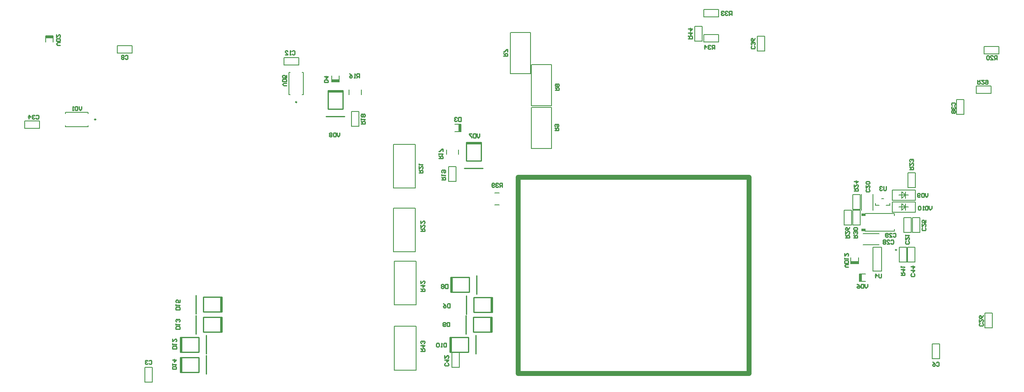
<source format=gbr>
%TF.GenerationSoftware,Altium Limited,Altium Designer,24.3.1 (35)*%
G04 Layer_Color=32896*
%FSLAX43Y43*%
%MOMM*%
%TF.SameCoordinates,2EF1D394-34E5-4190-8ABA-250447B0B6E5*%
%TF.FilePolarity,Positive*%
%TF.FileFunction,Legend,Bot*%
%TF.Part,Single*%
G01*
G75*
%TA.AperFunction,NonConductor*%
%ADD87C,0.250*%
%ADD88C,0.200*%
%ADD89C,1.000*%
%ADD90C,0.150*%
%ADD91C,0.254*%
%ADD92R,3.048X0.381*%
%ADD93R,1.587X0.508*%
%ADD94R,0.381X3.048*%
%ADD95R,0.508X1.587*%
%ADD96R,0.900X0.600*%
D87*
X37166Y55729D02*
G03*
X37166Y55729I-125J0D01*
G01*
X78516Y59301D02*
G03*
X78516Y59301I-125J0D01*
G01*
X201897Y28882D02*
G03*
X201897Y28882I-125J0D01*
G01*
D88*
X214188Y56776D02*
Y59824D01*
X215712D01*
X214188Y56776D02*
X215712D01*
Y59824D01*
X173263Y69776D02*
Y72824D01*
X174787D01*
X173263Y69776D02*
X174787D01*
Y72824D01*
X162226Y78335D02*
X165274D01*
Y76811D02*
Y78335D01*
X162226Y76811D02*
Y78335D01*
Y76811D02*
X165274D01*
X220063Y12851D02*
Y15899D01*
X221587D01*
X220063Y12851D02*
X221587D01*
Y15899D01*
X210755Y6476D02*
Y9524D01*
X209231Y6476D02*
X210755D01*
X209231Y9524D02*
X210755D01*
X209231Y6476D02*
Y9524D01*
X111987Y4701D02*
Y7749D01*
X110463Y4701D02*
X111987D01*
X110463Y7749D02*
X111987D01*
X110463Y4701D02*
Y7749D01*
X48787Y1651D02*
Y4699D01*
X47263Y1651D02*
X48787D01*
X47263Y4699D02*
X48787D01*
X47263Y1651D02*
Y4699D01*
X26825Y72935D02*
X28375D01*
X26825Y71665D02*
Y72935D01*
X28375Y71665D02*
Y72935D01*
X194204Y23927D02*
X195474D01*
X194204Y22377D02*
X195474D01*
X194204D02*
Y23927D01*
X160388Y71851D02*
Y74899D01*
X161912D01*
X160388Y71851D02*
X161912D01*
Y74899D01*
X22576Y53868D02*
X25624D01*
X22576D02*
Y55392D01*
X25624Y53868D02*
Y55392D01*
X22576D02*
X25624D01*
X35541Y56954D02*
Y57189D01*
Y54269D02*
Y54504D01*
X30941Y54269D02*
X35541D01*
X30941Y56954D02*
Y57189D01*
Y54269D02*
Y54504D01*
Y57189D02*
X35541D01*
X41551Y70887D02*
X44599D01*
Y69363D02*
Y70887D01*
X41551Y69363D02*
Y70887D01*
Y69363D02*
X44599D01*
X79616Y60801D02*
X79851D01*
X76931D02*
X77166D01*
X76931D02*
Y65401D01*
X79616D02*
X79851D01*
X76931D02*
X77166D01*
X79851Y60801D02*
Y65401D01*
X75851Y66913D02*
X78899D01*
X75851D02*
Y68437D01*
X78899Y66913D02*
Y68437D01*
X75851D02*
X78899D01*
X89275Y60877D02*
Y61823D01*
X91775Y60877D02*
Y61823D01*
X109300Y48527D02*
Y49473D01*
X111800Y48527D02*
Y49473D01*
X91287Y54301D02*
Y57349D01*
X89763Y54301D02*
X91287D01*
X89763Y57349D02*
X91287D01*
X89763Y54301D02*
Y57349D01*
X111262Y43001D02*
Y46049D01*
X109738Y43001D02*
X111262D01*
X109738Y46049D02*
X111262D01*
X109738Y43001D02*
Y46049D01*
X122475Y65125D02*
Y73650D01*
X122525D02*
X126575D01*
X122475Y65125D02*
X126575D01*
Y73650D01*
X130900Y49725D02*
Y58250D01*
X126800Y49725D02*
X130900D01*
X126850Y58250D02*
X130900D01*
X126800Y49725D02*
Y58250D01*
X130900Y58525D02*
Y67050D01*
X126800Y58525D02*
X130900D01*
X126850Y67050D02*
X130900D01*
X126800Y58525D02*
Y67050D01*
X119201Y38121D02*
X120148D01*
X119201Y40621D02*
X120148D01*
X85674Y63465D02*
X87224D01*
Y64735D01*
X85674Y63465D02*
Y64735D01*
X112260Y53225D02*
Y54775D01*
X110990D02*
X112260D01*
X110990Y53225D02*
X112260D01*
X202429Y26385D02*
Y29433D01*
X203953D01*
X202429Y26385D02*
X203953D01*
Y29433D01*
X204179Y26385D02*
Y29433D01*
X205703D01*
X204179Y26385D02*
X205703D01*
Y29433D01*
X192508Y26017D02*
X194058D01*
Y27287D01*
X192508Y26017D02*
Y27287D01*
X206676Y32504D02*
Y35552D01*
X205152Y32504D02*
X206676D01*
X205152Y35552D02*
X206676D01*
X205152Y32504D02*
Y35552D01*
X204948Y32503D02*
Y35551D01*
X203424Y32503D02*
X204948D01*
X203424Y35551D02*
X204948D01*
X203424Y32503D02*
Y35551D01*
X197569Y38102D02*
Y38524D01*
X199707Y38102D02*
X200469D01*
X197569D02*
X198331D01*
X200469D02*
Y38524D01*
X198792Y39402D02*
X199246D01*
X201469Y32752D02*
Y33152D01*
X195469Y32752D02*
Y33152D01*
X201469Y35952D02*
Y36352D01*
X195469Y32752D02*
X201469D01*
X195469Y35952D02*
Y36352D01*
X201469D01*
X204232Y41726D02*
Y44774D01*
X205756D01*
X204232Y41726D02*
X205756D01*
Y44774D01*
X162226Y73162D02*
X165274D01*
Y71638D02*
Y73162D01*
X162226Y71638D02*
Y73162D01*
Y71638D02*
X165274D01*
X194686Y37048D02*
Y40355D01*
X197042Y37048D02*
Y40355D01*
X218251Y61088D02*
X221299D01*
X218251D02*
Y62612D01*
X221299Y61088D02*
Y62612D01*
X218251D02*
X221299D01*
X192871Y34028D02*
Y37076D01*
X194395D01*
X192871Y34028D02*
X194395D01*
Y37076D01*
X191107Y34028D02*
Y37076D01*
X192631D01*
X191107Y34028D02*
X192631D01*
Y37076D01*
X194395Y37253D02*
Y40301D01*
X192871Y37253D02*
X194395D01*
X192871Y40301D02*
X194395D01*
X192871Y37253D02*
Y40301D01*
X219926Y69188D02*
X222974D01*
X219926D02*
Y70712D01*
X222974Y69188D02*
Y70712D01*
X219926D02*
X222974D01*
X198798Y24527D02*
Y29427D01*
X197040Y24527D02*
X198798D01*
X197040D02*
Y29427D01*
X198798D01*
X203694Y40177D02*
X204294D01*
X202987Y39469D02*
X203694Y40177D01*
Y39477D02*
Y40177D01*
X202987Y40884D02*
X203694Y40177D01*
X202987Y39469D02*
Y40884D01*
X203694Y40177D02*
Y40877D01*
X202394Y40177D02*
X203694D01*
X201044Y41202D02*
X205769D01*
X201044Y39102D02*
X205769D01*
X201044D02*
Y41202D01*
X205769Y39102D02*
Y41202D01*
Y36652D02*
Y38752D01*
X201044Y36652D02*
Y38752D01*
Y36652D02*
X205769D01*
X201044Y38752D02*
X205769D01*
X202394Y37727D02*
X203694D01*
Y38427D01*
X202987Y37019D02*
Y38434D01*
X203694Y37727D01*
Y37027D02*
Y37727D01*
X202987Y37019D02*
X203694Y37727D01*
X204294D01*
X195041Y29898D02*
X198347D01*
X195041Y32255D02*
X198347D01*
D89*
X124019Y3399D02*
X171517D01*
X124019Y43785D02*
X171517D01*
Y3399D02*
Y43785D01*
X124019Y3399D02*
Y43785D01*
D90*
X102925Y28500D02*
Y37500D01*
X98425D02*
X102925D01*
X98425Y28500D02*
Y37500D01*
Y28500D02*
X102925D01*
X103075Y17575D02*
Y26575D01*
X98575D02*
X103075D01*
X98575Y17575D02*
Y26575D01*
Y17575D02*
X103075D01*
X98425Y41600D02*
X102925D01*
X98425D02*
Y50600D01*
X102925D01*
Y41600D02*
Y50600D01*
X103049Y4154D02*
Y13154D01*
X98549D02*
X103049D01*
X98549Y4154D02*
Y13154D01*
Y4154D02*
X103049D01*
D91*
X84926Y57890D02*
Y61700D01*
X87974Y57890D02*
Y61700D01*
X84926D02*
X87974D01*
X84926Y57890D02*
X87974D01*
X84926Y61446D02*
X87974D01*
X84545Y56366D02*
X88355D01*
X59859Y7495D02*
Y11305D01*
X54779Y7876D02*
Y10924D01*
X58335Y7876D02*
Y10924D01*
X54525Y7876D02*
Y10924D01*
X58335D01*
X54525Y7876D02*
X58335D01*
X57791Y11595D02*
Y15405D01*
X62871Y11976D02*
Y15024D01*
X59315Y11976D02*
Y15024D01*
X63125Y11976D02*
Y15024D01*
X59315Y11976D02*
X63125D01*
X59315Y15024D02*
X63125D01*
X115509Y19795D02*
Y23605D01*
X110429Y20176D02*
Y23224D01*
X113985Y20176D02*
Y23224D01*
X110175Y20176D02*
Y23224D01*
X113985D01*
X110175Y20176D02*
X113985D01*
X115359Y7470D02*
Y11280D01*
X110279Y7851D02*
Y10899D01*
X113835Y7851D02*
Y10899D01*
X110025Y7851D02*
Y10899D01*
X113835D01*
X110025Y7851D02*
X113835D01*
X113416Y15645D02*
Y19455D01*
X118496Y16026D02*
Y19074D01*
X114940Y16026D02*
Y19074D01*
X118750Y16026D02*
Y19074D01*
X114940Y16026D02*
X118750D01*
X114940Y19074D02*
X118750D01*
X54525Y3726D02*
X58335D01*
X54525Y6774D02*
X58335D01*
X54525Y3726D02*
Y6774D01*
X58335Y3726D02*
Y6774D01*
X54779Y3726D02*
Y6774D01*
X59859Y3345D02*
Y7155D01*
X59315Y19149D02*
X63125D01*
X59315Y16101D02*
X63125D01*
Y19149D01*
X59315Y16101D02*
Y19149D01*
X62871Y16101D02*
Y19149D01*
X57791Y15720D02*
Y19530D01*
X112973Y45646D02*
X116783D01*
X113354Y50726D02*
X116402D01*
X113354Y47170D02*
X116402D01*
X113354Y50980D02*
X116402D01*
Y47170D02*
Y50980D01*
X113354Y47170D02*
Y50980D01*
X114815Y14999D02*
X118625D01*
X114815Y11951D02*
X118625D01*
Y14999D01*
X114815Y11951D02*
Y14999D01*
X118371Y11951D02*
Y14999D01*
X113291Y11570D02*
Y15380D01*
X104025Y32709D02*
X104825D01*
Y33109D01*
X104692Y33242D01*
X104425D01*
X104292Y33109D01*
Y32709D01*
Y32975D02*
X104025Y33242D01*
Y34042D02*
Y33508D01*
X104558Y34042D01*
X104692D01*
X104825Y33908D01*
Y33642D01*
X104692Y33508D01*
X104025Y34841D02*
Y34308D01*
X104558Y34841D01*
X104692D01*
X104825Y34708D01*
Y34441D01*
X104692Y34308D01*
X104025Y20379D02*
X104825D01*
Y20779D01*
X104692Y20912D01*
X104425D01*
X104292Y20779D01*
Y20379D01*
Y20645D02*
X104025Y20912D01*
Y21578D02*
X104825D01*
X104425Y21178D01*
Y21712D01*
X104025Y22511D02*
Y21978D01*
X104558Y22511D01*
X104692D01*
X104825Y22378D01*
Y22111D01*
X104692Y21978D01*
X103650Y44742D02*
X104450D01*
Y45142D01*
X104317Y45275D01*
X104050D01*
X103917Y45142D01*
Y44742D01*
Y45009D02*
X103650Y45275D01*
Y46075D02*
Y45542D01*
X104183Y46075D01*
X104317D01*
X104450Y45942D01*
Y45675D01*
X104317Y45542D01*
X103650Y46341D02*
Y46608D01*
Y46475D01*
X104450D01*
X104317Y46341D01*
X104025Y8034D02*
X104825D01*
Y8434D01*
X104692Y8567D01*
X104425D01*
X104292Y8434D01*
Y8034D01*
Y8300D02*
X104025Y8567D01*
Y9233D02*
X104825D01*
X104425Y8833D01*
Y9367D01*
X104692Y9633D02*
X104825Y9766D01*
Y10033D01*
X104692Y10166D01*
X104558D01*
X104425Y10033D01*
Y9900D01*
Y10033D01*
X104292Y10166D01*
X104158D01*
X104025Y10033D01*
Y9766D01*
X104158Y9633D01*
X43208Y68804D02*
X43342Y68937D01*
X43608D01*
X43741Y68804D01*
Y68271D01*
X43608Y68137D01*
X43342D01*
X43208Y68271D01*
X42942Y68804D02*
X42808Y68937D01*
X42542D01*
X42409Y68804D01*
Y68671D01*
X42542Y68537D01*
X42409Y68404D01*
Y68271D01*
X42542Y68137D01*
X42808D01*
X42942Y68271D01*
Y68404D01*
X42808Y68537D01*
X42942Y68671D01*
Y68804D01*
X42808Y68537D02*
X42542D01*
X195905Y21826D02*
Y21293D01*
X195639Y21027D01*
X195372Y21293D01*
Y21826D01*
X195106D02*
Y21027D01*
X194706D01*
X194572Y21160D01*
Y21693D01*
X194706Y21826D01*
X195106D01*
X193773D02*
X194039Y21693D01*
X194306Y21427D01*
Y21160D01*
X194173Y21027D01*
X193906D01*
X193773Y21160D01*
Y21293D01*
X193906Y21427D01*
X194306D01*
X159050Y72384D02*
X159850D01*
Y72784D01*
X159717Y72917D01*
X159450D01*
X159317Y72784D01*
Y72384D01*
Y72650D02*
X159050Y72917D01*
Y73583D02*
X159850D01*
X159450Y73183D01*
Y73717D01*
X159050Y74383D02*
X159850D01*
X159450Y73983D01*
Y74516D01*
X202791Y23667D02*
X203591D01*
Y24067D01*
X203458Y24200D01*
X203191D01*
X203058Y24067D01*
Y23667D01*
Y23933D02*
X202791Y24200D01*
Y24866D02*
X203591D01*
X203191Y24466D01*
Y25000D01*
X202791Y25266D02*
Y25533D01*
Y25400D01*
X203591D01*
X203458Y25266D01*
X205492Y23993D02*
X205625Y23860D01*
Y23594D01*
X205492Y23460D01*
X204958D01*
X204825Y23594D01*
Y23860D01*
X204958Y23993D01*
X204825Y24660D02*
X205625D01*
X205225Y24260D01*
Y24793D01*
X204825Y25460D02*
X205625D01*
X205225Y25060D01*
Y25593D01*
X29850Y71031D02*
X29317D01*
X29050Y71297D01*
X29317Y71564D01*
X29850D01*
Y71830D02*
X29050D01*
Y72230D01*
X29183Y72364D01*
X29717D01*
X29850Y72230D01*
Y71830D01*
X29050Y73163D02*
Y72630D01*
X29583Y73163D01*
X29717D01*
X29850Y73030D01*
Y72763D01*
X29717Y72630D01*
X54425Y12600D02*
X53625D01*
Y13000D01*
X53758Y13133D01*
X54292D01*
X54425Y13000D01*
Y12600D01*
X53625Y13400D02*
Y13667D01*
Y13533D01*
X54425D01*
X54292Y13400D01*
Y14067D02*
X54425Y14200D01*
Y14466D01*
X54292Y14600D01*
X54158D01*
X54025Y14466D01*
Y14333D01*
Y14466D01*
X53892Y14600D01*
X53758D01*
X53625Y14466D01*
Y14200D01*
X53758Y14067D01*
X53775Y8550D02*
X52975D01*
Y8950D01*
X53108Y9083D01*
X53642D01*
X53775Y8950D01*
Y8550D01*
X52975Y9350D02*
Y9617D01*
Y9483D01*
X53775D01*
X53642Y9350D01*
X52975Y10550D02*
Y10017D01*
X53508Y10550D01*
X53642D01*
X53775Y10416D01*
Y10150D01*
X53642Y10017D01*
X53700Y4367D02*
X52900D01*
Y4767D01*
X53033Y4900D01*
X53567D01*
X53700Y4767D01*
Y4367D01*
X52900Y5167D02*
Y5434D01*
Y5300D01*
X53700D01*
X53567Y5167D01*
X52900Y6233D02*
X53700D01*
X53300Y5833D01*
Y6367D01*
X54425Y16600D02*
X53625D01*
Y17000D01*
X53758Y17133D01*
X54292D01*
X54425Y17000D01*
Y16600D01*
X53625Y17400D02*
Y17667D01*
Y17533D01*
X54425D01*
X54292Y17400D01*
X54425Y18600D02*
Y18067D01*
X54025D01*
X54158Y18333D01*
Y18466D01*
X54025Y18600D01*
X53758D01*
X53625Y18466D01*
Y18200D01*
X53758Y18067D01*
X109592Y5542D02*
X109725Y5409D01*
Y5142D01*
X109592Y5009D01*
X109058D01*
X108925Y5142D01*
Y5409D01*
X109058Y5542D01*
X108925Y6208D02*
X109725D01*
X109325Y5808D01*
Y6342D01*
X108925Y7141D02*
Y6608D01*
X109458Y7141D01*
X109592D01*
X109725Y7008D01*
Y6741D01*
X109592Y6608D01*
X48108Y6042D02*
X48242Y6175D01*
X48508D01*
X48641Y6042D01*
Y5508D01*
X48508Y5375D01*
X48242D01*
X48108Y5508D01*
X47842Y6042D02*
X47708Y6175D01*
X47442D01*
X47309Y6042D01*
Y5908D01*
X47442Y5775D01*
X47575D01*
X47442D01*
X47309Y5642D01*
Y5508D01*
X47442Y5375D01*
X47708D01*
X47842Y5508D01*
X107747Y47684D02*
X108547D01*
Y48083D01*
X108414Y48217D01*
X108147D01*
X108014Y48083D01*
Y47684D01*
Y47950D02*
X107747Y48217D01*
Y48483D02*
Y48750D01*
Y48617D01*
X108547D01*
X108414Y48483D01*
X108547Y49150D02*
Y49683D01*
X108414D01*
X107880Y49150D01*
X107747D01*
X91350Y64335D02*
Y65135D01*
X90950D01*
X90817Y65002D01*
Y64735D01*
X90950Y64602D01*
X91350D01*
X91083D02*
X90817Y64335D01*
X90550D02*
X90283D01*
X90417D01*
Y65135D01*
X90550Y65002D01*
X89350Y65135D02*
X89617Y65002D01*
X89883Y64735D01*
Y64468D01*
X89750Y64335D01*
X89484D01*
X89350Y64468D01*
Y64602D01*
X89484Y64735D01*
X89883D01*
X120766Y41825D02*
Y42625D01*
X120366D01*
X120233Y42492D01*
Y42225D01*
X120366Y42092D01*
X120766D01*
X120500D02*
X120233Y41825D01*
X119967Y42492D02*
X119833Y42625D01*
X119567D01*
X119433Y42492D01*
Y42358D01*
X119567Y42225D01*
X119700D01*
X119567D01*
X119433Y42092D01*
Y41958D01*
X119567Y41825D01*
X119833D01*
X119967Y41958D01*
X119167D02*
X119034Y41825D01*
X118767D01*
X118634Y41958D01*
Y42492D01*
X118767Y42625D01*
X119034D01*
X119167Y42492D01*
Y42358D01*
X119034Y42225D01*
X118634D01*
X109225Y9700D02*
Y8900D01*
X108825D01*
X108692Y9033D01*
Y9567D01*
X108825Y9700D01*
X109225D01*
X108425Y8900D02*
X108158D01*
X108292D01*
Y9700D01*
X108425Y9567D01*
X107758D02*
X107625Y9700D01*
X107359D01*
X107225Y9567D01*
Y9033D01*
X107359Y8900D01*
X107625D01*
X107758Y9033D01*
Y9567D01*
X219567Y13756D02*
X219700Y13623D01*
Y13356D01*
X219567Y13223D01*
X219033D01*
X218900Y13356D01*
Y13623D01*
X219033Y13756D01*
X218900Y14556D02*
Y14022D01*
X219433Y14556D01*
X219567D01*
X219700Y14422D01*
Y14156D01*
X219567Y14022D01*
X219700Y15355D02*
X219567Y15089D01*
X219300Y14822D01*
X219033D01*
X218900Y14955D01*
Y15222D01*
X219033Y15355D01*
X219167D01*
X219300Y15222D01*
Y14822D01*
X210083Y5642D02*
X210217Y5775D01*
X210483D01*
X210616Y5642D01*
Y5108D01*
X210483Y4975D01*
X210217D01*
X210083Y5108D01*
X209284Y5775D02*
X209550Y5642D01*
X209817Y5375D01*
Y5108D01*
X209683Y4975D01*
X209417D01*
X209284Y5108D01*
Y5242D01*
X209417Y5375D01*
X209817D01*
X24858Y56517D02*
X24991Y56650D01*
X25258D01*
X25391Y56517D01*
Y55983D01*
X25258Y55850D01*
X24991D01*
X24858Y55983D01*
X24592Y56517D02*
X24458Y56650D01*
X24192D01*
X24058Y56517D01*
Y56383D01*
X24192Y56250D01*
X24325D01*
X24192D01*
X24058Y56117D01*
Y55983D01*
X24192Y55850D01*
X24458D01*
X24592Y55983D01*
X23392Y55850D02*
Y56650D01*
X23792Y56250D01*
X23259D01*
X34208Y58400D02*
Y57867D01*
X33941Y57600D01*
X33675Y57867D01*
Y58400D01*
X33408D02*
Y57600D01*
X33008D01*
X32875Y57733D01*
Y58267D01*
X33008Y58400D01*
X33408D01*
X32609Y57600D02*
X32342D01*
X32475D01*
Y58400D01*
X32609Y58267D01*
X87341Y52975D02*
Y52442D01*
X87075Y52175D01*
X86808Y52442D01*
Y52975D01*
X86542D02*
Y52175D01*
X86142D01*
X86008Y52308D01*
Y52842D01*
X86142Y52975D01*
X86542D01*
X85742Y52842D02*
X85609Y52975D01*
X85342D01*
X85209Y52842D01*
Y52708D01*
X85342Y52575D01*
X85209Y52442D01*
Y52308D01*
X85342Y52175D01*
X85609D01*
X85742Y52308D01*
Y52442D01*
X85609Y52575D01*
X85742Y52708D01*
Y52842D01*
X85609Y52575D02*
X85342D01*
X116116Y52775D02*
Y52242D01*
X115850Y51975D01*
X115583Y52242D01*
Y52775D01*
X115317D02*
Y51975D01*
X114917D01*
X114783Y52108D01*
Y52642D01*
X114917Y52775D01*
X115317D01*
X114517D02*
X113984D01*
Y52642D01*
X114517Y52108D01*
Y51975D01*
X108300Y43325D02*
X109100D01*
Y43725D01*
X108967Y43858D01*
X108700D01*
X108567Y43725D01*
Y43325D01*
Y43592D02*
X108300Y43858D01*
Y44125D02*
Y44392D01*
Y44258D01*
X109100D01*
X108967Y44125D01*
X108433Y44792D02*
X108300Y44925D01*
Y45191D01*
X108433Y45325D01*
X108967D01*
X109100Y45191D01*
Y44925D01*
X108967Y44792D01*
X108833D01*
X108700Y44925D01*
Y45325D01*
X91725Y54825D02*
X92525D01*
Y55225D01*
X92392Y55358D01*
X92125D01*
X91992Y55225D01*
Y54825D01*
Y55092D02*
X91725Y55358D01*
Y55625D02*
Y55892D01*
Y55758D01*
X92525D01*
X92392Y55625D01*
Y56292D02*
X92525Y56425D01*
Y56691D01*
X92392Y56825D01*
X92258D01*
X92125Y56691D01*
X91992Y56825D01*
X91858D01*
X91725Y56691D01*
Y56425D01*
X91858Y56292D01*
X91992D01*
X92125Y56425D01*
X92258Y56292D01*
X92392D01*
X92125Y56425D02*
Y56691D01*
X109541Y21800D02*
Y21000D01*
X109142D01*
X109008Y21133D01*
Y21667D01*
X109142Y21800D01*
X109541D01*
X108742Y21667D02*
X108608Y21800D01*
X108342D01*
X108209Y21667D01*
Y21533D01*
X108342Y21400D01*
X108209Y21267D01*
Y21133D01*
X108342Y21000D01*
X108608D01*
X108742Y21133D01*
Y21267D01*
X108608Y21400D01*
X108742Y21533D01*
Y21667D01*
X108608Y21400D02*
X108342D01*
X109916Y13950D02*
Y13150D01*
X109517D01*
X109383Y13283D01*
Y13817D01*
X109517Y13950D01*
X109916D01*
X109117Y13283D02*
X108983Y13150D01*
X108717D01*
X108584Y13283D01*
Y13817D01*
X108717Y13950D01*
X108983D01*
X109117Y13817D01*
Y13683D01*
X108983Y13550D01*
X108584D01*
X109991Y17825D02*
Y17025D01*
X109592D01*
X109458Y17158D01*
Y17692D01*
X109592Y17825D01*
X109991D01*
X108659D02*
X108925Y17692D01*
X109192Y17425D01*
Y17158D01*
X109058Y17025D01*
X108792D01*
X108659Y17158D01*
Y17292D01*
X108792Y17425D01*
X109192D01*
X84945Y63359D02*
X84145D01*
Y63758D01*
X84278Y63892D01*
X84812D01*
X84945Y63758D01*
Y63359D01*
X84145Y64558D02*
X84945D01*
X84545Y64158D01*
Y64691D01*
X112266Y56175D02*
Y55375D01*
X111867D01*
X111733Y55508D01*
Y56042D01*
X111867Y56175D01*
X112266D01*
X111467Y56042D02*
X111333Y56175D01*
X111067D01*
X110934Y56042D01*
Y55908D01*
X111067Y55775D01*
X111200D01*
X111067D01*
X110934Y55642D01*
Y55508D01*
X111067Y55375D01*
X111333D01*
X111467Y55508D01*
X213308Y58658D02*
X213175Y58791D01*
Y59058D01*
X213308Y59191D01*
X213842D01*
X213975Y59058D01*
Y58791D01*
X213842Y58658D01*
X213308Y58392D02*
X213175Y58258D01*
Y57992D01*
X213308Y57858D01*
X213442D01*
X213575Y57992D01*
Y58125D01*
Y57992D01*
X213708Y57858D01*
X213842D01*
X213975Y57992D01*
Y58258D01*
X213842Y58392D01*
X213308Y57592D02*
X213175Y57459D01*
Y57192D01*
X213308Y57059D01*
X213442D01*
X213575Y57192D01*
X213708Y57059D01*
X213842D01*
X213975Y57192D01*
Y57459D01*
X213842Y57592D01*
X213708D01*
X213575Y57459D01*
X213442Y57592D01*
X213308D01*
X213575Y57459D02*
Y57192D01*
X172617Y70817D02*
X172750Y70684D01*
Y70417D01*
X172617Y70284D01*
X172083D01*
X171950Y70417D01*
Y70684D01*
X172083Y70817D01*
X172617Y71083D02*
X172750Y71217D01*
Y71483D01*
X172617Y71617D01*
X172483D01*
X172350Y71483D01*
Y71350D01*
Y71483D01*
X172217Y71617D01*
X172083D01*
X171950Y71483D01*
Y71217D01*
X172083Y71083D01*
X172750Y72416D02*
X172617Y72150D01*
X172350Y71883D01*
X172083D01*
X171950Y72016D01*
Y72283D01*
X172083Y72416D01*
X172217D01*
X172350Y72283D01*
Y71883D01*
X201197Y32218D02*
X201330Y32351D01*
X201597D01*
X201730Y32218D01*
Y31685D01*
X201597Y31552D01*
X201330D01*
X201197Y31685D01*
X200397Y31552D02*
X200931D01*
X200397Y32085D01*
Y32218D01*
X200531Y32351D01*
X200797D01*
X200931Y32218D01*
X200131Y31685D02*
X199998Y31552D01*
X199731D01*
X199598Y31685D01*
Y32218D01*
X199731Y32351D01*
X199998D01*
X200131Y32218D01*
Y32085D01*
X199998Y31952D01*
X199598D01*
X164441Y70225D02*
Y71025D01*
X164041D01*
X163908Y70892D01*
Y70625D01*
X164041Y70492D01*
X164441D01*
X164175D02*
X163908Y70225D01*
X163642Y70892D02*
X163508Y71025D01*
X163242D01*
X163108Y70892D01*
Y70758D01*
X163242Y70625D01*
X163375D01*
X163242D01*
X163108Y70492D01*
Y70358D01*
X163242Y70225D01*
X163508D01*
X163642Y70358D01*
X162442Y70225D02*
Y71025D01*
X162842Y70625D01*
X162309D01*
X204575Y45434D02*
X205375D01*
Y45834D01*
X205242Y45967D01*
X204975D01*
X204842Y45834D01*
Y45434D01*
Y45700D02*
X204575Y45967D01*
Y46767D02*
Y46233D01*
X205108Y46767D01*
X205242D01*
X205375Y46633D01*
Y46367D01*
X205242Y46233D01*
Y47033D02*
X205375Y47166D01*
Y47433D01*
X205242Y47566D01*
X205108D01*
X204975Y47433D01*
Y47300D01*
Y47433D01*
X204842Y47566D01*
X204708D01*
X204575Y47433D01*
Y47166D01*
X204708Y47033D01*
X199741Y41950D02*
Y41283D01*
X199608Y41150D01*
X199342D01*
X199208Y41283D01*
Y41950D01*
X198942Y41817D02*
X198808Y41950D01*
X198542D01*
X198409Y41817D01*
Y41683D01*
X198542Y41550D01*
X198675D01*
X198542D01*
X198409Y41417D01*
Y41283D01*
X198542Y41150D01*
X198808D01*
X198942Y41283D01*
X196231Y41367D02*
X196364Y41234D01*
Y40967D01*
X196231Y40834D01*
X195697D01*
X195564Y40967D01*
Y41234D01*
X195697Y41367D01*
X195564Y42167D02*
Y41633D01*
X196097Y42167D01*
X196231D01*
X196364Y42033D01*
Y41767D01*
X196231Y41633D01*
Y42433D02*
X196364Y42566D01*
Y42833D01*
X196231Y42966D01*
X195697D01*
X195564Y42833D01*
Y42566D01*
X195697Y42433D01*
X196231D01*
X191965Y25366D02*
X191432D01*
X191165Y25632D01*
X191432Y25899D01*
X191965D01*
Y26166D02*
X191165D01*
Y26565D01*
X191299Y26699D01*
X191832D01*
X191965Y26565D01*
Y26166D01*
X191165Y26965D02*
Y27232D01*
Y27099D01*
X191965D01*
X191832Y26965D01*
X191165Y28165D02*
Y27632D01*
X191699Y28165D01*
X191832D01*
X191965Y28032D01*
Y27765D01*
X191832Y27632D01*
X209114Y37901D02*
Y37368D01*
X208847Y37102D01*
X208580Y37368D01*
Y37901D01*
X208314D02*
Y37102D01*
X207914D01*
X207781Y37235D01*
Y37768D01*
X207914Y37901D01*
X208314D01*
X207514Y37102D02*
X207248D01*
X207381D01*
Y37901D01*
X207514Y37768D01*
X206848D02*
X206714Y37901D01*
X206448D01*
X206314Y37768D01*
Y37235D01*
X206448Y37102D01*
X206714D01*
X206848Y37235D01*
Y37768D01*
X208330Y40540D02*
Y40007D01*
X208064Y39740D01*
X207797Y40007D01*
Y40540D01*
X207531D02*
Y39740D01*
X207131D01*
X206997Y39873D01*
Y40407D01*
X207131Y40540D01*
X207531D01*
X206731Y39873D02*
X206598Y39740D01*
X206331D01*
X206198Y39873D01*
Y40407D01*
X206331Y40540D01*
X206598D01*
X206731Y40407D01*
Y40273D01*
X206598Y40140D01*
X206198D01*
X207756Y33418D02*
X207889Y33285D01*
Y33019D01*
X207756Y32885D01*
X207222D01*
X207089Y33019D01*
Y33285D01*
X207222Y33418D01*
X207089Y34218D02*
Y33685D01*
X207622Y34218D01*
X207756D01*
X207889Y34085D01*
Y33818D01*
X207756Y33685D01*
X207889Y35018D02*
Y34485D01*
X207489D01*
X207622Y34751D01*
Y34885D01*
X207489Y35018D01*
X207222D01*
X207089Y34885D01*
Y34618D01*
X207222Y34485D01*
X204359Y30677D02*
X204492Y30543D01*
Y30277D01*
X204359Y30143D01*
X203825D01*
X203692Y30277D01*
Y30543D01*
X203825Y30677D01*
X203692Y31476D02*
Y30943D01*
X204225Y31476D01*
X204359D01*
X204492Y31343D01*
Y31077D01*
X204359Y30943D01*
X203692Y31743D02*
Y32010D01*
Y31876D01*
X204492D01*
X204359Y31743D01*
X76375Y62716D02*
X75842D01*
X75575Y62982D01*
X75842Y63249D01*
X76375D01*
Y63515D02*
X75575D01*
Y63915D01*
X75708Y64049D01*
X76242D01*
X76375Y63915D01*
Y63515D01*
Y64848D02*
Y64315D01*
X75975D01*
X76108Y64582D01*
Y64715D01*
X75975Y64848D01*
X75708D01*
X75575Y64715D01*
Y64448D01*
X75708Y64315D01*
X198766Y23950D02*
Y23283D01*
X198633Y23150D01*
X198367D01*
X198233Y23283D01*
Y23950D01*
X197567Y23150D02*
Y23950D01*
X197967Y23550D01*
X197434D01*
X167966Y77205D02*
Y78005D01*
X167566D01*
X167433Y77872D01*
Y77605D01*
X167566Y77472D01*
X167966D01*
X167700D02*
X167433Y77205D01*
X167167Y77872D02*
X167033Y78005D01*
X166767D01*
X166633Y77872D01*
Y77739D01*
X166767Y77605D01*
X166900D01*
X166767D01*
X166633Y77472D01*
Y77339D01*
X166767Y77205D01*
X167033D01*
X167167Y77339D01*
X166367Y77872D02*
X166234Y78005D01*
X165967D01*
X165834Y77872D01*
Y77739D01*
X165967Y77605D01*
X166100D01*
X165967D01*
X165834Y77472D01*
Y77339D01*
X165967Y77205D01*
X166234D01*
X166367Y77339D01*
X218541Y63825D02*
Y63025D01*
X218941D01*
X219074Y63158D01*
Y63425D01*
X218941Y63558D01*
X218541D01*
X218807D02*
X219074Y63825D01*
X219874D02*
X219340D01*
X219874Y63292D01*
Y63158D01*
X219740Y63025D01*
X219474D01*
X219340Y63158D01*
X220140Y63692D02*
X220273Y63825D01*
X220540D01*
X220673Y63692D01*
Y63158D01*
X220540Y63025D01*
X220273D01*
X220140Y63158D01*
Y63292D01*
X220273Y63425D01*
X220673D01*
X193050Y31359D02*
X193850D01*
Y31759D01*
X193717Y31892D01*
X193450D01*
X193317Y31759D01*
Y31359D01*
Y31625D02*
X193050Y31892D01*
X193717Y32158D02*
X193850Y32292D01*
Y32558D01*
X193717Y32692D01*
X193583D01*
X193450Y32558D01*
Y32425D01*
Y32558D01*
X193317Y32692D01*
X193183D01*
X193050Y32558D01*
Y32292D01*
X193183Y32158D01*
X193717Y32958D02*
X193850Y33091D01*
Y33358D01*
X193717Y33491D01*
X193183D01*
X193050Y33358D01*
Y33091D01*
X193183Y32958D01*
X193717D01*
X191375Y31359D02*
X192175D01*
Y31759D01*
X192042Y31892D01*
X191775D01*
X191642Y31759D01*
Y31359D01*
Y31625D02*
X191375Y31892D01*
Y32692D02*
Y32158D01*
X191908Y32692D01*
X192042D01*
X192175Y32558D01*
Y32292D01*
X192042Y32158D01*
X192175Y33491D02*
X192042Y33225D01*
X191775Y32958D01*
X191508D01*
X191375Y33091D01*
Y33358D01*
X191508Y33491D01*
X191642D01*
X191775Y33358D01*
Y32958D01*
X193150Y41009D02*
X193950D01*
Y41409D01*
X193817Y41542D01*
X193550D01*
X193417Y41409D01*
Y41009D01*
Y41275D02*
X193150Y41542D01*
Y42342D02*
Y41808D01*
X193683Y42342D01*
X193817D01*
X193950Y42208D01*
Y41942D01*
X193817Y41808D01*
X193150Y43008D02*
X193950D01*
X193550Y42608D01*
Y43141D01*
X222541Y68050D02*
Y68850D01*
X222141D01*
X222008Y68717D01*
Y68450D01*
X222141Y68317D01*
X222541D01*
X222275D02*
X222008Y68050D01*
X221208D02*
X221742D01*
X221208Y68583D01*
Y68717D01*
X221342Y68850D01*
X221608D01*
X221742Y68717D01*
X220942D02*
X220809Y68850D01*
X220542D01*
X220409Y68717D01*
Y68183D01*
X220542Y68050D01*
X220809D01*
X220942Y68183D01*
Y68717D01*
X131575Y53434D02*
X132375D01*
Y53833D01*
X132242Y53967D01*
X131975D01*
X131842Y53833D01*
Y53434D01*
Y53700D02*
X131575Y53967D01*
X131708Y54233D02*
X131575Y54367D01*
Y54633D01*
X131708Y54766D01*
X132242D01*
X132375Y54633D01*
Y54367D01*
X132242Y54233D01*
X132108D01*
X131975Y54367D01*
Y54766D01*
X131650Y61734D02*
X132450D01*
Y62133D01*
X132317Y62267D01*
X132050D01*
X131917Y62133D01*
Y61734D01*
Y62000D02*
X131650Y62267D01*
X132317Y62533D02*
X132450Y62667D01*
Y62933D01*
X132317Y63066D01*
X132183D01*
X132050Y62933D01*
X131917Y63066D01*
X131783D01*
X131650Y62933D01*
Y62667D01*
X131783Y62533D01*
X131917D01*
X132050Y62667D01*
X132183Y62533D01*
X132317D01*
X132050Y62667D02*
Y62933D01*
X121050Y68809D02*
X121850D01*
Y69208D01*
X121717Y69342D01*
X121450D01*
X121317Y69208D01*
Y68809D01*
Y69075D02*
X121050Y69342D01*
X121850Y69608D02*
Y70141D01*
X121717D01*
X121183Y69608D01*
X121050D01*
X200697Y30793D02*
X200830Y30926D01*
X201097D01*
X201230Y30793D01*
Y30260D01*
X201097Y30127D01*
X200830D01*
X200697Y30260D01*
X199897Y30127D02*
X200431D01*
X199897Y30660D01*
Y30793D01*
X200031Y30926D01*
X200297D01*
X200431Y30793D01*
X199631D02*
X199498Y30926D01*
X199231D01*
X199098Y30793D01*
Y30660D01*
X199231Y30527D01*
X199098Y30393D01*
Y30260D01*
X199231Y30127D01*
X199498D01*
X199631Y30260D01*
Y30393D01*
X199498Y30527D01*
X199631Y30660D01*
Y30793D01*
X199498Y30527D02*
X199231D01*
X77567Y69742D02*
X77700Y69875D01*
X77966D01*
X78100Y69742D01*
Y69208D01*
X77966Y69075D01*
X77700D01*
X77567Y69208D01*
X77300Y69075D02*
X77033D01*
X77167D01*
Y69875D01*
X77300Y69742D01*
X76100Y69075D02*
X76634D01*
X76100Y69608D01*
Y69742D01*
X76234Y69875D01*
X76500D01*
X76634Y69742D01*
D92*
X86450Y61510D02*
D03*
X114878Y50789D02*
D03*
D93*
X27568Y72682D02*
D03*
X86480Y63718D02*
D03*
X193314Y26270D02*
D03*
D94*
X54715Y9400D02*
D03*
X62935Y13500D02*
D03*
X110365Y21700D02*
D03*
X110215Y9375D02*
D03*
X118560Y17550D02*
D03*
X54715Y5250D02*
D03*
X62935Y17625D02*
D03*
X118435Y13475D02*
D03*
D95*
X194458Y23120D02*
D03*
X112006Y54031D02*
D03*
D96*
X195119Y36151D02*
D03*
Y32951D02*
D03*
%TF.MD5,1ef4ded38215f3fa517da4e40775388b*%
M02*

</source>
